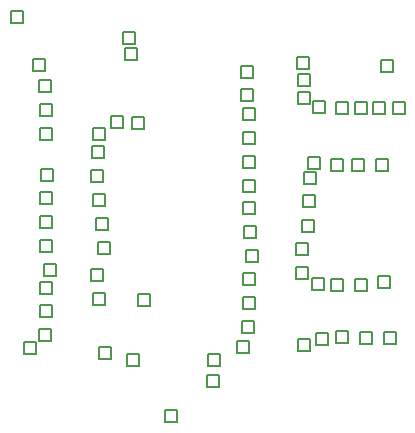
<source format=gbr>
%TF.GenerationSoftware,Altium Limited,Altium Designer,20.0.10 (225)*%
G04 Layer_Color=2752767*
%FSLAX26Y26*%
%MOIN*%
%TF.FileFunction,Drawing*%
%TF.Part,CustomerPanel*%
G01*
G75*
%TA.AperFunction,NonConductor*%
%ADD27C,0.005000*%
D27*
X3380000Y4424016D02*
Y4464016D01*
X3420000D01*
Y4424016D01*
X3380000D01*
X3385000Y4369016D02*
Y4409016D01*
X3425000D01*
Y4369016D01*
X3385000D01*
X3195000Y4394016D02*
Y4434016D01*
X3235000D01*
Y4394016D01*
X3195000D01*
X3201374Y4173958D02*
Y4213958D01*
X3241374D01*
Y4173958D01*
X3201374D01*
X3201390Y4253486D02*
Y4293486D01*
X3241390D01*
Y4253486D01*
X3201390D01*
X3195000Y4319016D02*
Y4359016D01*
X3235000D01*
Y4319016D01*
X3195000D01*
X3385000Y4309016D02*
Y4349016D01*
X3425000D01*
Y4309016D01*
X3385000D01*
X3417563Y4092756D02*
Y4132756D01*
X3457563D01*
Y4092756D01*
X3417563D01*
X3660000Y4414016D02*
Y4454016D01*
X3700000D01*
Y4414016D01*
X3660000D01*
X3645000Y4084016D02*
Y4124016D01*
X3685000D01*
Y4084016D01*
X3645000D01*
X3201083Y3940108D02*
Y3980108D01*
X3241083D01*
Y3940108D01*
X3201083D01*
X3565000Y4084016D02*
Y4124016D01*
X3605000D01*
Y4084016D01*
X3565000D01*
X3495000D02*
Y4124016D01*
X3535000D01*
Y4084016D01*
X3495000D01*
X3197382Y3545090D02*
Y3585090D01*
X3237382D01*
Y3545090D01*
X3197382D01*
X3385000Y3484016D02*
Y3524016D01*
X3425000D01*
Y3484016D01*
X3385000D01*
X3080000Y3364016D02*
Y3404016D01*
X3120000D01*
Y3364016D01*
X3080000D01*
X3085000Y3434016D02*
Y3474016D01*
X3125000D01*
Y3434016D01*
X3085000D01*
X3574022Y3686207D02*
Y3726207D01*
X3614022D01*
Y3686207D01*
X3574022D01*
X3494494D02*
Y3726207D01*
X3534494D01*
Y3686207D01*
X3494494D01*
X3510069Y3510085D02*
Y3550085D01*
X3550069D01*
Y3510085D01*
X3510069D01*
X3589593Y3509304D02*
Y3549304D01*
X3629593D01*
Y3509304D01*
X3589593D01*
X3669120D02*
Y3549304D01*
X3709120D01*
Y3509304D01*
X3669120D01*
X3650000Y3694016D02*
Y3734016D01*
X3690000D01*
Y3694016D01*
X3650000D01*
X3635000Y4274016D02*
Y4314016D01*
X3675000D01*
Y4274016D01*
X3635000D01*
X3575000D02*
Y4314016D01*
X3615000D01*
Y4274016D01*
X3575000D01*
X3510672Y4274282D02*
Y4314282D01*
X3550672D01*
Y4274282D01*
X3510672D01*
X3700000Y4274016D02*
Y4314016D01*
X3740000D01*
Y4274016D01*
X3700000D01*
X3434254Y4278192D02*
Y4318192D01*
X3474254D01*
Y4278192D01*
X3434254D01*
X3201260Y4094431D02*
Y4134431D01*
X3241260D01*
Y4094431D01*
X3201260D01*
X3200781Y4014905D02*
Y4054905D01*
X3240781D01*
Y4014905D01*
X3200781D01*
X3201796Y3862434D02*
Y3902434D01*
X3241796D01*
Y3862434D01*
X3201796D01*
X3209057Y3783238D02*
Y3823238D01*
X3249057D01*
Y3783238D01*
X3209057D01*
X3200781Y3704142D02*
Y3744142D01*
X3240781D01*
Y3704142D01*
X3200781D01*
X3201390Y3624617D02*
Y3664617D01*
X3241390D01*
Y3624617D01*
X3201390D01*
X3180000Y3479016D02*
Y3519016D01*
X3220000D01*
Y3479016D01*
X3180000D01*
X3445000Y3504016D02*
Y3544016D01*
X3485000D01*
Y3504016D01*
X3445000D01*
X3430000Y3689016D02*
Y3729016D01*
X3470000D01*
Y3689016D01*
X3430000D01*
X3377684Y3723961D02*
Y3763961D01*
X3417684D01*
Y3723961D01*
X3377684D01*
X3377417Y3803488D02*
Y3843488D01*
X3417417D01*
Y3803488D01*
X3377417D01*
X3396787Y3880646D02*
Y3920646D01*
X3436787D01*
Y3880646D01*
X3396787D01*
X3399192Y3965761D02*
Y4005761D01*
X3439192D01*
Y3965761D01*
X3399192D01*
X3402292Y4040979D02*
Y4080979D01*
X3442292D01*
Y4040979D01*
X3402292D01*
X2800551Y4508543D02*
Y4548543D01*
X2840551D01*
Y4508543D01*
X2800551D01*
X2425551Y4578543D02*
Y4618543D01*
X2465551D01*
Y4578543D01*
X2425551D01*
X2500551Y4418543D02*
Y4458543D01*
X2540551D01*
Y4418543D01*
X2500551D01*
X2470551Y3473543D02*
Y3513543D01*
X2510551D01*
Y3473543D01*
X2470551D01*
X2721457Y3458627D02*
Y3498627D01*
X2761457D01*
Y3458627D01*
X2721457D01*
X2830551Y4223543D02*
Y4263543D01*
X2870551D01*
Y4223543D01*
X2830551D01*
X2805551Y4453543D02*
Y4493543D01*
X2845551D01*
Y4453543D01*
X2805551D01*
X2815004Y3434902D02*
Y3474902D01*
X2855004D01*
Y3434902D01*
X2815004D01*
X2848747Y3635792D02*
Y3675792D01*
X2888747D01*
Y3635792D01*
X2848747D01*
X2525704Y4052899D02*
Y4092899D01*
X2565704D01*
Y4052899D01*
X2525704D01*
X2522100Y3973454D02*
Y4013454D01*
X2562100D01*
Y3973454D01*
X2522100D01*
Y3893926D02*
Y3933926D01*
X2562100D01*
Y3893926D01*
X2522100D01*
X2522177Y3814398D02*
Y3854398D01*
X2562177D01*
Y3814398D01*
X2522177D01*
X2536171Y3736112D02*
Y3776112D01*
X2576171D01*
Y3736112D01*
X2536171D01*
X2715551Y3808543D02*
Y3848543D01*
X2755551D01*
Y3808543D01*
X2715551D01*
X2710551Y3888543D02*
Y3928543D01*
X2750551D01*
Y3888543D01*
X2710551D01*
X2698542Y3969039D02*
Y4009039D01*
X2738542D01*
Y3969039D01*
X2698542D01*
X2692878Y4048365D02*
Y4088365D01*
X2732878D01*
Y4048365D01*
X2692878D01*
X2697140Y4127778D02*
Y4167778D01*
X2737140D01*
Y4127778D01*
X2697140D01*
X2522100Y3676453D02*
Y3716453D01*
X2562100D01*
Y3676453D01*
X2522100D01*
X2522709Y3596928D02*
Y3636928D01*
X2562709D01*
Y3596928D01*
X2522709D01*
X2519520Y3517464D02*
Y3557464D01*
X2559520D01*
Y3517464D01*
X2519520D01*
X2699457Y3639052D02*
Y3679052D01*
X2739457D01*
Y3639052D01*
X2699457D01*
X2694348Y3718415D02*
Y3758415D01*
X2734348D01*
Y3718415D01*
X2694348D01*
X2519520Y4347766D02*
Y4387766D01*
X2559520D01*
Y4347766D01*
X2519520D01*
X2522709Y4268302D02*
Y4308302D01*
X2562709D01*
Y4268302D01*
X2522709D01*
X2522100Y4188777D02*
Y4228777D01*
X2562100D01*
Y4188777D01*
X2522100D01*
X2699003Y4188892D02*
Y4228892D01*
X2739003D01*
Y4188892D01*
X2699003D01*
X2940551Y3248543D02*
Y3288543D01*
X2980551D01*
Y3248543D01*
X2940551D01*
X2760551Y4228543D02*
Y4268543D01*
X2800551D01*
Y4228543D01*
X2760551D01*
%TF.MD5,2d5f0139a30c7bb307526a0409c2f0d6*%
M02*

</source>
